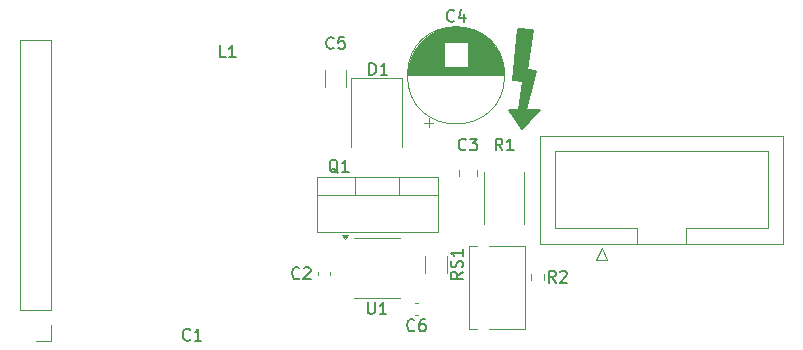
<source format=gbr>
%TF.GenerationSoftware,KiCad,Pcbnew,8.0.2*%
%TF.CreationDate,2024-05-29T18:10:03+12:00*%
%TF.ProjectId,power_supply,706f7765-725f-4737-9570-706c792e6b69,0.1.0*%
%TF.SameCoordinates,Original*%
%TF.FileFunction,Legend,Top*%
%TF.FilePolarity,Positive*%
%FSLAX46Y46*%
G04 Gerber Fmt 4.6, Leading zero omitted, Abs format (unit mm)*
G04 Created by KiCad (PCBNEW 8.0.2) date 2024-05-29 18:10:03*
%MOMM*%
%LPD*%
G01*
G04 APERTURE LIST*
%ADD10C,0.153000*%
%ADD11C,0.120000*%
G04 APERTURE END LIST*
D10*
X168110000Y-72290000D02*
X167570000Y-75680000D01*
X168330000Y-75760000D01*
X167490000Y-79040000D01*
X168690000Y-79060000D01*
X167210000Y-80710000D01*
X166080000Y-79070000D01*
X166950000Y-79090000D01*
X167290000Y-76600000D01*
X166430000Y-76550000D01*
X166880000Y-72230000D01*
X168110000Y-72290000D01*
G36*
X168110000Y-72290000D02*
G01*
X167570000Y-75680000D01*
X168330000Y-75760000D01*
X167490000Y-79040000D01*
X168690000Y-79060000D01*
X167210000Y-80710000D01*
X166080000Y-79070000D01*
X166950000Y-79090000D01*
X167290000Y-76600000D01*
X166430000Y-76550000D01*
X166880000Y-72230000D01*
X168110000Y-72290000D01*
G37*
X154138095Y-95344663D02*
X154138095Y-96154186D01*
X154138095Y-96154186D02*
X154185714Y-96249424D01*
X154185714Y-96249424D02*
X154233333Y-96297044D01*
X154233333Y-96297044D02*
X154328571Y-96344663D01*
X154328571Y-96344663D02*
X154519047Y-96344663D01*
X154519047Y-96344663D02*
X154614285Y-96297044D01*
X154614285Y-96297044D02*
X154661904Y-96249424D01*
X154661904Y-96249424D02*
X154709523Y-96154186D01*
X154709523Y-96154186D02*
X154709523Y-95344663D01*
X155709523Y-96344663D02*
X155138095Y-96344663D01*
X155423809Y-96344663D02*
X155423809Y-95344663D01*
X155423809Y-95344663D02*
X155328571Y-95487520D01*
X155328571Y-95487520D02*
X155233333Y-95582758D01*
X155233333Y-95582758D02*
X155138095Y-95630377D01*
X139083333Y-98499424D02*
X139035714Y-98547044D01*
X139035714Y-98547044D02*
X138892857Y-98594663D01*
X138892857Y-98594663D02*
X138797619Y-98594663D01*
X138797619Y-98594663D02*
X138654762Y-98547044D01*
X138654762Y-98547044D02*
X138559524Y-98451805D01*
X138559524Y-98451805D02*
X138511905Y-98356567D01*
X138511905Y-98356567D02*
X138464286Y-98166091D01*
X138464286Y-98166091D02*
X138464286Y-98023234D01*
X138464286Y-98023234D02*
X138511905Y-97832758D01*
X138511905Y-97832758D02*
X138559524Y-97737520D01*
X138559524Y-97737520D02*
X138654762Y-97642282D01*
X138654762Y-97642282D02*
X138797619Y-97594663D01*
X138797619Y-97594663D02*
X138892857Y-97594663D01*
X138892857Y-97594663D02*
X139035714Y-97642282D01*
X139035714Y-97642282D02*
X139083333Y-97689901D01*
X140035714Y-98594663D02*
X139464286Y-98594663D01*
X139750000Y-98594663D02*
X139750000Y-97594663D01*
X139750000Y-97594663D02*
X139654762Y-97737520D01*
X139654762Y-97737520D02*
X139559524Y-97832758D01*
X139559524Y-97832758D02*
X139464286Y-97880377D01*
X151233333Y-73799424D02*
X151185714Y-73847044D01*
X151185714Y-73847044D02*
X151042857Y-73894663D01*
X151042857Y-73894663D02*
X150947619Y-73894663D01*
X150947619Y-73894663D02*
X150804762Y-73847044D01*
X150804762Y-73847044D02*
X150709524Y-73751805D01*
X150709524Y-73751805D02*
X150661905Y-73656567D01*
X150661905Y-73656567D02*
X150614286Y-73466091D01*
X150614286Y-73466091D02*
X150614286Y-73323234D01*
X150614286Y-73323234D02*
X150661905Y-73132758D01*
X150661905Y-73132758D02*
X150709524Y-73037520D01*
X150709524Y-73037520D02*
X150804762Y-72942282D01*
X150804762Y-72942282D02*
X150947619Y-72894663D01*
X150947619Y-72894663D02*
X151042857Y-72894663D01*
X151042857Y-72894663D02*
X151185714Y-72942282D01*
X151185714Y-72942282D02*
X151233333Y-72989901D01*
X152138095Y-72894663D02*
X151661905Y-72894663D01*
X151661905Y-72894663D02*
X151614286Y-73370853D01*
X151614286Y-73370853D02*
X151661905Y-73323234D01*
X151661905Y-73323234D02*
X151757143Y-73275615D01*
X151757143Y-73275615D02*
X151995238Y-73275615D01*
X151995238Y-73275615D02*
X152090476Y-73323234D01*
X152090476Y-73323234D02*
X152138095Y-73370853D01*
X152138095Y-73370853D02*
X152185714Y-73466091D01*
X152185714Y-73466091D02*
X152185714Y-73704186D01*
X152185714Y-73704186D02*
X152138095Y-73799424D01*
X152138095Y-73799424D02*
X152090476Y-73847044D01*
X152090476Y-73847044D02*
X151995238Y-73894663D01*
X151995238Y-73894663D02*
X151757143Y-73894663D01*
X151757143Y-73894663D02*
X151661905Y-73847044D01*
X151661905Y-73847044D02*
X151614286Y-73799424D01*
X151604761Y-84389901D02*
X151509523Y-84342282D01*
X151509523Y-84342282D02*
X151414285Y-84247044D01*
X151414285Y-84247044D02*
X151271428Y-84104186D01*
X151271428Y-84104186D02*
X151176190Y-84056567D01*
X151176190Y-84056567D02*
X151080952Y-84056567D01*
X151128571Y-84294663D02*
X151033333Y-84247044D01*
X151033333Y-84247044D02*
X150938095Y-84151805D01*
X150938095Y-84151805D02*
X150890476Y-83961329D01*
X150890476Y-83961329D02*
X150890476Y-83627996D01*
X150890476Y-83627996D02*
X150938095Y-83437520D01*
X150938095Y-83437520D02*
X151033333Y-83342282D01*
X151033333Y-83342282D02*
X151128571Y-83294663D01*
X151128571Y-83294663D02*
X151319047Y-83294663D01*
X151319047Y-83294663D02*
X151414285Y-83342282D01*
X151414285Y-83342282D02*
X151509523Y-83437520D01*
X151509523Y-83437520D02*
X151557142Y-83627996D01*
X151557142Y-83627996D02*
X151557142Y-83961329D01*
X151557142Y-83961329D02*
X151509523Y-84151805D01*
X151509523Y-84151805D02*
X151414285Y-84247044D01*
X151414285Y-84247044D02*
X151319047Y-84294663D01*
X151319047Y-84294663D02*
X151128571Y-84294663D01*
X152509523Y-84294663D02*
X151938095Y-84294663D01*
X152223809Y-84294663D02*
X152223809Y-83294663D01*
X152223809Y-83294663D02*
X152128571Y-83437520D01*
X152128571Y-83437520D02*
X152033333Y-83532758D01*
X152033333Y-83532758D02*
X151938095Y-83580377D01*
X165533333Y-82494663D02*
X165200000Y-82018472D01*
X164961905Y-82494663D02*
X164961905Y-81494663D01*
X164961905Y-81494663D02*
X165342857Y-81494663D01*
X165342857Y-81494663D02*
X165438095Y-81542282D01*
X165438095Y-81542282D02*
X165485714Y-81589901D01*
X165485714Y-81589901D02*
X165533333Y-81685139D01*
X165533333Y-81685139D02*
X165533333Y-81827996D01*
X165533333Y-81827996D02*
X165485714Y-81923234D01*
X165485714Y-81923234D02*
X165438095Y-81970853D01*
X165438095Y-81970853D02*
X165342857Y-82018472D01*
X165342857Y-82018472D02*
X164961905Y-82018472D01*
X166485714Y-82494663D02*
X165914286Y-82494663D01*
X166200000Y-82494663D02*
X166200000Y-81494663D01*
X166200000Y-81494663D02*
X166104762Y-81637520D01*
X166104762Y-81637520D02*
X166009524Y-81732758D01*
X166009524Y-81732758D02*
X165914286Y-81780377D01*
X158083333Y-97699424D02*
X158035714Y-97747044D01*
X158035714Y-97747044D02*
X157892857Y-97794663D01*
X157892857Y-97794663D02*
X157797619Y-97794663D01*
X157797619Y-97794663D02*
X157654762Y-97747044D01*
X157654762Y-97747044D02*
X157559524Y-97651805D01*
X157559524Y-97651805D02*
X157511905Y-97556567D01*
X157511905Y-97556567D02*
X157464286Y-97366091D01*
X157464286Y-97366091D02*
X157464286Y-97223234D01*
X157464286Y-97223234D02*
X157511905Y-97032758D01*
X157511905Y-97032758D02*
X157559524Y-96937520D01*
X157559524Y-96937520D02*
X157654762Y-96842282D01*
X157654762Y-96842282D02*
X157797619Y-96794663D01*
X157797619Y-96794663D02*
X157892857Y-96794663D01*
X157892857Y-96794663D02*
X158035714Y-96842282D01*
X158035714Y-96842282D02*
X158083333Y-96889901D01*
X158940476Y-96794663D02*
X158750000Y-96794663D01*
X158750000Y-96794663D02*
X158654762Y-96842282D01*
X158654762Y-96842282D02*
X158607143Y-96889901D01*
X158607143Y-96889901D02*
X158511905Y-97032758D01*
X158511905Y-97032758D02*
X158464286Y-97223234D01*
X158464286Y-97223234D02*
X158464286Y-97604186D01*
X158464286Y-97604186D02*
X158511905Y-97699424D01*
X158511905Y-97699424D02*
X158559524Y-97747044D01*
X158559524Y-97747044D02*
X158654762Y-97794663D01*
X158654762Y-97794663D02*
X158845238Y-97794663D01*
X158845238Y-97794663D02*
X158940476Y-97747044D01*
X158940476Y-97747044D02*
X158988095Y-97699424D01*
X158988095Y-97699424D02*
X159035714Y-97604186D01*
X159035714Y-97604186D02*
X159035714Y-97366091D01*
X159035714Y-97366091D02*
X158988095Y-97270853D01*
X158988095Y-97270853D02*
X158940476Y-97223234D01*
X158940476Y-97223234D02*
X158845238Y-97175615D01*
X158845238Y-97175615D02*
X158654762Y-97175615D01*
X158654762Y-97175615D02*
X158559524Y-97223234D01*
X158559524Y-97223234D02*
X158511905Y-97270853D01*
X158511905Y-97270853D02*
X158464286Y-97366091D01*
X162154663Y-92782857D02*
X161678472Y-93116190D01*
X162154663Y-93354285D02*
X161154663Y-93354285D01*
X161154663Y-93354285D02*
X161154663Y-92973333D01*
X161154663Y-92973333D02*
X161202282Y-92878095D01*
X161202282Y-92878095D02*
X161249901Y-92830476D01*
X161249901Y-92830476D02*
X161345139Y-92782857D01*
X161345139Y-92782857D02*
X161487996Y-92782857D01*
X161487996Y-92782857D02*
X161583234Y-92830476D01*
X161583234Y-92830476D02*
X161630853Y-92878095D01*
X161630853Y-92878095D02*
X161678472Y-92973333D01*
X161678472Y-92973333D02*
X161678472Y-93354285D01*
X162107044Y-92401904D02*
X162154663Y-92259047D01*
X162154663Y-92259047D02*
X162154663Y-92020952D01*
X162154663Y-92020952D02*
X162107044Y-91925714D01*
X162107044Y-91925714D02*
X162059424Y-91878095D01*
X162059424Y-91878095D02*
X161964186Y-91830476D01*
X161964186Y-91830476D02*
X161868948Y-91830476D01*
X161868948Y-91830476D02*
X161773710Y-91878095D01*
X161773710Y-91878095D02*
X161726091Y-91925714D01*
X161726091Y-91925714D02*
X161678472Y-92020952D01*
X161678472Y-92020952D02*
X161630853Y-92211428D01*
X161630853Y-92211428D02*
X161583234Y-92306666D01*
X161583234Y-92306666D02*
X161535615Y-92354285D01*
X161535615Y-92354285D02*
X161440377Y-92401904D01*
X161440377Y-92401904D02*
X161345139Y-92401904D01*
X161345139Y-92401904D02*
X161249901Y-92354285D01*
X161249901Y-92354285D02*
X161202282Y-92306666D01*
X161202282Y-92306666D02*
X161154663Y-92211428D01*
X161154663Y-92211428D02*
X161154663Y-91973333D01*
X161154663Y-91973333D02*
X161202282Y-91830476D01*
X162154663Y-90878095D02*
X162154663Y-91449523D01*
X162154663Y-91163809D02*
X161154663Y-91163809D01*
X161154663Y-91163809D02*
X161297520Y-91259047D01*
X161297520Y-91259047D02*
X161392758Y-91354285D01*
X161392758Y-91354285D02*
X161440377Y-91449523D01*
X162433333Y-82399424D02*
X162385714Y-82447044D01*
X162385714Y-82447044D02*
X162242857Y-82494663D01*
X162242857Y-82494663D02*
X162147619Y-82494663D01*
X162147619Y-82494663D02*
X162004762Y-82447044D01*
X162004762Y-82447044D02*
X161909524Y-82351805D01*
X161909524Y-82351805D02*
X161861905Y-82256567D01*
X161861905Y-82256567D02*
X161814286Y-82066091D01*
X161814286Y-82066091D02*
X161814286Y-81923234D01*
X161814286Y-81923234D02*
X161861905Y-81732758D01*
X161861905Y-81732758D02*
X161909524Y-81637520D01*
X161909524Y-81637520D02*
X162004762Y-81542282D01*
X162004762Y-81542282D02*
X162147619Y-81494663D01*
X162147619Y-81494663D02*
X162242857Y-81494663D01*
X162242857Y-81494663D02*
X162385714Y-81542282D01*
X162385714Y-81542282D02*
X162433333Y-81589901D01*
X162766667Y-81494663D02*
X163385714Y-81494663D01*
X163385714Y-81494663D02*
X163052381Y-81875615D01*
X163052381Y-81875615D02*
X163195238Y-81875615D01*
X163195238Y-81875615D02*
X163290476Y-81923234D01*
X163290476Y-81923234D02*
X163338095Y-81970853D01*
X163338095Y-81970853D02*
X163385714Y-82066091D01*
X163385714Y-82066091D02*
X163385714Y-82304186D01*
X163385714Y-82304186D02*
X163338095Y-82399424D01*
X163338095Y-82399424D02*
X163290476Y-82447044D01*
X163290476Y-82447044D02*
X163195238Y-82494663D01*
X163195238Y-82494663D02*
X162909524Y-82494663D01*
X162909524Y-82494663D02*
X162814286Y-82447044D01*
X162814286Y-82447044D02*
X162766667Y-82399424D01*
X154261905Y-76094663D02*
X154261905Y-75094663D01*
X154261905Y-75094663D02*
X154500000Y-75094663D01*
X154500000Y-75094663D02*
X154642857Y-75142282D01*
X154642857Y-75142282D02*
X154738095Y-75237520D01*
X154738095Y-75237520D02*
X154785714Y-75332758D01*
X154785714Y-75332758D02*
X154833333Y-75523234D01*
X154833333Y-75523234D02*
X154833333Y-75666091D01*
X154833333Y-75666091D02*
X154785714Y-75856567D01*
X154785714Y-75856567D02*
X154738095Y-75951805D01*
X154738095Y-75951805D02*
X154642857Y-76047044D01*
X154642857Y-76047044D02*
X154500000Y-76094663D01*
X154500000Y-76094663D02*
X154261905Y-76094663D01*
X155785714Y-76094663D02*
X155214286Y-76094663D01*
X155500000Y-76094663D02*
X155500000Y-75094663D01*
X155500000Y-75094663D02*
X155404762Y-75237520D01*
X155404762Y-75237520D02*
X155309524Y-75332758D01*
X155309524Y-75332758D02*
X155214286Y-75380377D01*
X142083333Y-74594663D02*
X141607143Y-74594663D01*
X141607143Y-74594663D02*
X141607143Y-73594663D01*
X142940476Y-74594663D02*
X142369048Y-74594663D01*
X142654762Y-74594663D02*
X142654762Y-73594663D01*
X142654762Y-73594663D02*
X142559524Y-73737520D01*
X142559524Y-73737520D02*
X142464286Y-73832758D01*
X142464286Y-73832758D02*
X142369048Y-73880377D01*
X170033333Y-93694663D02*
X169700000Y-93218472D01*
X169461905Y-93694663D02*
X169461905Y-92694663D01*
X169461905Y-92694663D02*
X169842857Y-92694663D01*
X169842857Y-92694663D02*
X169938095Y-92742282D01*
X169938095Y-92742282D02*
X169985714Y-92789901D01*
X169985714Y-92789901D02*
X170033333Y-92885139D01*
X170033333Y-92885139D02*
X170033333Y-93027996D01*
X170033333Y-93027996D02*
X169985714Y-93123234D01*
X169985714Y-93123234D02*
X169938095Y-93170853D01*
X169938095Y-93170853D02*
X169842857Y-93218472D01*
X169842857Y-93218472D02*
X169461905Y-93218472D01*
X170414286Y-92789901D02*
X170461905Y-92742282D01*
X170461905Y-92742282D02*
X170557143Y-92694663D01*
X170557143Y-92694663D02*
X170795238Y-92694663D01*
X170795238Y-92694663D02*
X170890476Y-92742282D01*
X170890476Y-92742282D02*
X170938095Y-92789901D01*
X170938095Y-92789901D02*
X170985714Y-92885139D01*
X170985714Y-92885139D02*
X170985714Y-92980377D01*
X170985714Y-92980377D02*
X170938095Y-93123234D01*
X170938095Y-93123234D02*
X170366667Y-93694663D01*
X170366667Y-93694663D02*
X170985714Y-93694663D01*
X148333333Y-93299424D02*
X148285714Y-93347044D01*
X148285714Y-93347044D02*
X148142857Y-93394663D01*
X148142857Y-93394663D02*
X148047619Y-93394663D01*
X148047619Y-93394663D02*
X147904762Y-93347044D01*
X147904762Y-93347044D02*
X147809524Y-93251805D01*
X147809524Y-93251805D02*
X147761905Y-93156567D01*
X147761905Y-93156567D02*
X147714286Y-92966091D01*
X147714286Y-92966091D02*
X147714286Y-92823234D01*
X147714286Y-92823234D02*
X147761905Y-92632758D01*
X147761905Y-92632758D02*
X147809524Y-92537520D01*
X147809524Y-92537520D02*
X147904762Y-92442282D01*
X147904762Y-92442282D02*
X148047619Y-92394663D01*
X148047619Y-92394663D02*
X148142857Y-92394663D01*
X148142857Y-92394663D02*
X148285714Y-92442282D01*
X148285714Y-92442282D02*
X148333333Y-92489901D01*
X148714286Y-92489901D02*
X148761905Y-92442282D01*
X148761905Y-92442282D02*
X148857143Y-92394663D01*
X148857143Y-92394663D02*
X149095238Y-92394663D01*
X149095238Y-92394663D02*
X149190476Y-92442282D01*
X149190476Y-92442282D02*
X149238095Y-92489901D01*
X149238095Y-92489901D02*
X149285714Y-92585139D01*
X149285714Y-92585139D02*
X149285714Y-92680377D01*
X149285714Y-92680377D02*
X149238095Y-92823234D01*
X149238095Y-92823234D02*
X148666667Y-93394663D01*
X148666667Y-93394663D02*
X149285714Y-93394663D01*
X161433333Y-71499424D02*
X161385714Y-71547044D01*
X161385714Y-71547044D02*
X161242857Y-71594663D01*
X161242857Y-71594663D02*
X161147619Y-71594663D01*
X161147619Y-71594663D02*
X161004762Y-71547044D01*
X161004762Y-71547044D02*
X160909524Y-71451805D01*
X160909524Y-71451805D02*
X160861905Y-71356567D01*
X160861905Y-71356567D02*
X160814286Y-71166091D01*
X160814286Y-71166091D02*
X160814286Y-71023234D01*
X160814286Y-71023234D02*
X160861905Y-70832758D01*
X160861905Y-70832758D02*
X160909524Y-70737520D01*
X160909524Y-70737520D02*
X161004762Y-70642282D01*
X161004762Y-70642282D02*
X161147619Y-70594663D01*
X161147619Y-70594663D02*
X161242857Y-70594663D01*
X161242857Y-70594663D02*
X161385714Y-70642282D01*
X161385714Y-70642282D02*
X161433333Y-70689901D01*
X162290476Y-70927996D02*
X162290476Y-71594663D01*
X162052381Y-70547044D02*
X161814286Y-71261329D01*
X161814286Y-71261329D02*
X162433333Y-71261329D01*
D11*
%TO.C,U1*%
X154925000Y-89885000D02*
X152975000Y-89885000D01*
X154925000Y-89885000D02*
X156875000Y-89885000D01*
X154925000Y-95005000D02*
X152975000Y-95005000D01*
X154925000Y-95005000D02*
X156875000Y-95005000D01*
X152225000Y-89980000D02*
X151985000Y-89650000D01*
X152465000Y-89650000D01*
X152225000Y-89980000D01*
G36*
X152225000Y-89980000D02*
G01*
X151985000Y-89650000D01*
X152465000Y-89650000D01*
X152225000Y-89980000D01*
G37*
%TO.C,C5*%
X150490000Y-77151252D02*
X150490000Y-75728748D01*
X152310000Y-77151252D02*
X152310000Y-75728748D01*
%TO.C,Q1*%
X149805000Y-84775000D02*
X149805000Y-89416000D01*
X149805000Y-84775000D02*
X160045000Y-84775000D01*
X149805000Y-86285000D02*
X160045000Y-86285000D01*
X149805000Y-89416000D02*
X160045000Y-89416000D01*
X153075000Y-84775000D02*
X153075000Y-86285000D01*
X156776000Y-84775000D02*
X156776000Y-86285000D01*
X160045000Y-84775000D02*
X160045000Y-89416000D01*
%TO.C,J2*%
X124670000Y-96030000D02*
X124670000Y-73110000D01*
X127330000Y-73110000D02*
X124670000Y-73110000D01*
X127330000Y-96030000D02*
X124670000Y-96030000D01*
X127330000Y-96030000D02*
X127330000Y-73110000D01*
X127330000Y-97300000D02*
X127330000Y-98630000D01*
X127330000Y-98630000D02*
X126000000Y-98630000D01*
%TO.C,R1*%
X163950000Y-88687064D02*
X163950000Y-84332936D01*
X167370000Y-88687064D02*
X167370000Y-84332936D01*
%TO.C,C6*%
X158109420Y-95430000D02*
X158390580Y-95430000D01*
X158109420Y-96450000D02*
X158390580Y-96450000D01*
%TO.C,RS1*%
X158990000Y-91462936D02*
X158990000Y-92917064D01*
X160810000Y-91462936D02*
X160810000Y-92917064D01*
%TO.C,C3*%
X161865000Y-84701252D02*
X161865000Y-84178748D01*
X163335000Y-84701252D02*
X163335000Y-84178748D01*
%TO.C,D1*%
X152750000Y-76380000D02*
X152750000Y-82190000D01*
X157050000Y-76380000D02*
X152750000Y-76380000D01*
X157050000Y-76380000D02*
X157050000Y-82190000D01*
%TO.C,J3*%
X168710000Y-81270000D02*
X189290000Y-81270000D01*
X168710000Y-90390000D02*
X168710000Y-81270000D01*
X170010000Y-82580000D02*
X187990000Y-82580000D01*
X170010000Y-89080000D02*
X170010000Y-82580000D01*
X173420000Y-91780000D02*
X174420000Y-91780000D01*
X173920000Y-90780000D02*
X173420000Y-91780000D01*
X174420000Y-91780000D02*
X173920000Y-90780000D01*
X176950000Y-89080000D02*
X170010000Y-89080000D01*
X176950000Y-90390000D02*
X176950000Y-89080000D01*
X181050000Y-89080000D02*
X181050000Y-89080000D01*
X181050000Y-89080000D02*
X181050000Y-90390000D01*
X187990000Y-82580000D02*
X187990000Y-89080000D01*
X187990000Y-89080000D02*
X181050000Y-89080000D01*
X189290000Y-81270000D02*
X189290000Y-90390000D01*
X189290000Y-90390000D02*
X168710000Y-90390000D01*
%TO.C,R2*%
X167977500Y-93477258D02*
X167977500Y-93002742D01*
X169022500Y-93477258D02*
X169022500Y-93002742D01*
%TO.C,C2*%
X149890000Y-92799420D02*
X149890000Y-93080580D01*
X150910000Y-92799420D02*
X150910000Y-93080580D01*
%TO.C,C4*%
X157520000Y-76062651D02*
X165680000Y-76062651D01*
X157520000Y-76102651D02*
X165680000Y-76102651D01*
X157520000Y-76142651D02*
X165680000Y-76142651D01*
X157521000Y-76022651D02*
X165679000Y-76022651D01*
X157523000Y-75982651D02*
X165677000Y-75982651D01*
X157524000Y-75942651D02*
X165676000Y-75942651D01*
X157526000Y-75902651D02*
X165674000Y-75902651D01*
X157529000Y-75862651D02*
X165671000Y-75862651D01*
X157532000Y-75822651D02*
X165668000Y-75822651D01*
X157535000Y-75782651D02*
X165665000Y-75782651D01*
X157539000Y-75742651D02*
X165661000Y-75742651D01*
X157543000Y-75702651D02*
X165657000Y-75702651D01*
X157548000Y-75662651D02*
X165652000Y-75662651D01*
X157552000Y-75622651D02*
X165648000Y-75622651D01*
X157558000Y-75582651D02*
X165642000Y-75582651D01*
X157563000Y-75542651D02*
X165637000Y-75542651D01*
X157570000Y-75502651D02*
X165630000Y-75502651D01*
X157576000Y-75462651D02*
X165624000Y-75462651D01*
X157583000Y-75421651D02*
X160560000Y-75421651D01*
X157590000Y-75381651D02*
X160560000Y-75381651D01*
X157598000Y-75341651D02*
X160560000Y-75341651D01*
X157606000Y-75301651D02*
X160560000Y-75301651D01*
X157615000Y-75261651D02*
X160560000Y-75261651D01*
X157624000Y-75221651D02*
X160560000Y-75221651D01*
X157633000Y-75181651D02*
X160560000Y-75181651D01*
X157643000Y-75141651D02*
X160560000Y-75141651D01*
X157653000Y-75101651D02*
X160560000Y-75101651D01*
X157664000Y-75061651D02*
X160560000Y-75061651D01*
X157675000Y-75021651D02*
X160560000Y-75021651D01*
X157686000Y-74981651D02*
X160560000Y-74981651D01*
X157698000Y-74941651D02*
X160560000Y-74941651D01*
X157711000Y-74901651D02*
X160560000Y-74901651D01*
X157723000Y-74861651D02*
X160560000Y-74861651D01*
X157737000Y-74821651D02*
X160560000Y-74821651D01*
X157750000Y-74781651D02*
X160560000Y-74781651D01*
X157765000Y-74741651D02*
X160560000Y-74741651D01*
X157779000Y-74701651D02*
X160560000Y-74701651D01*
X157795000Y-74661651D02*
X160560000Y-74661651D01*
X157810000Y-74621651D02*
X160560000Y-74621651D01*
X157826000Y-74581651D02*
X160560000Y-74581651D01*
X157843000Y-74541651D02*
X160560000Y-74541651D01*
X157860000Y-74501651D02*
X160560000Y-74501651D01*
X157878000Y-74461651D02*
X160560000Y-74461651D01*
X157896000Y-74421651D02*
X160560000Y-74421651D01*
X157914000Y-74381651D02*
X160560000Y-74381651D01*
X157934000Y-74341651D02*
X160560000Y-74341651D01*
X157953000Y-74301651D02*
X160560000Y-74301651D01*
X157973000Y-74261651D02*
X160560000Y-74261651D01*
X157994000Y-74221651D02*
X160560000Y-74221651D01*
X158016000Y-74181651D02*
X160560000Y-74181651D01*
X158038000Y-74141651D02*
X160560000Y-74141651D01*
X158060000Y-74101651D02*
X160560000Y-74101651D01*
X158083000Y-74061651D02*
X160560000Y-74061651D01*
X158107000Y-74021651D02*
X160560000Y-74021651D01*
X158131000Y-73981651D02*
X160560000Y-73981651D01*
X158156000Y-73941651D02*
X160560000Y-73941651D01*
X158182000Y-73901651D02*
X160560000Y-73901651D01*
X158208000Y-73861651D02*
X160560000Y-73861651D01*
X158235000Y-73821651D02*
X160560000Y-73821651D01*
X158262000Y-73781651D02*
X160560000Y-73781651D01*
X158291000Y-73741651D02*
X160560000Y-73741651D01*
X158320000Y-73701651D02*
X160560000Y-73701651D01*
X158350000Y-73661651D02*
X160560000Y-73661651D01*
X158380000Y-73621651D02*
X160560000Y-73621651D01*
X158411000Y-73581651D02*
X160560000Y-73581651D01*
X158444000Y-73541651D02*
X160560000Y-73541651D01*
X158476000Y-73501651D02*
X160560000Y-73501651D01*
X158510000Y-73461651D02*
X160560000Y-73461651D01*
X158545000Y-73421651D02*
X160560000Y-73421651D01*
X158581000Y-73381651D02*
X160560000Y-73381651D01*
X158617000Y-73341651D02*
X164583000Y-73341651D01*
X158655000Y-73301651D02*
X164545000Y-73301651D01*
X158693000Y-73261651D02*
X164507000Y-73261651D01*
X158733000Y-73221651D02*
X164467000Y-73221651D01*
X158774000Y-73181651D02*
X164426000Y-73181651D01*
X158816000Y-73141651D02*
X164384000Y-73141651D01*
X158859000Y-73101651D02*
X164341000Y-73101651D01*
X158885000Y-80152349D02*
X159685000Y-80152349D01*
X158903000Y-73061651D02*
X164297000Y-73061651D01*
X158949000Y-73021651D02*
X164251000Y-73021651D01*
X158996000Y-72981651D02*
X164204000Y-72981651D01*
X159044000Y-72941651D02*
X164156000Y-72941651D01*
X159095000Y-72901651D02*
X164105000Y-72901651D01*
X159146000Y-72861651D02*
X164054000Y-72861651D01*
X159200000Y-72821651D02*
X164000000Y-72821651D01*
X159255000Y-72781651D02*
X163945000Y-72781651D01*
X159285000Y-80552349D02*
X159285000Y-79752349D01*
X159313000Y-72741651D02*
X163887000Y-72741651D01*
X159372000Y-72701651D02*
X163828000Y-72701651D01*
X159434000Y-72661651D02*
X163766000Y-72661651D01*
X159498000Y-72621651D02*
X163702000Y-72621651D01*
X159566000Y-72581651D02*
X163634000Y-72581651D01*
X159636000Y-72541651D02*
X163564000Y-72541651D01*
X159710000Y-72501651D02*
X163490000Y-72501651D01*
X159787000Y-72461651D02*
X163413000Y-72461651D01*
X159869000Y-72421651D02*
X163331000Y-72421651D01*
X159955000Y-72381651D02*
X163245000Y-72381651D01*
X160048000Y-72341651D02*
X163152000Y-72341651D01*
X160147000Y-72301651D02*
X163053000Y-72301651D01*
X160254000Y-72261651D02*
X162946000Y-72261651D01*
X160371000Y-72221651D02*
X162829000Y-72221651D01*
X160502000Y-72181651D02*
X162698000Y-72181651D01*
X160652000Y-72141651D02*
X162548000Y-72141651D01*
X160832000Y-72101651D02*
X162368000Y-72101651D01*
X161067000Y-72061651D02*
X162133000Y-72061651D01*
X162640000Y-73381651D02*
X164619000Y-73381651D01*
X162640000Y-73421651D02*
X164655000Y-73421651D01*
X162640000Y-73461651D02*
X164690000Y-73461651D01*
X162640000Y-73501651D02*
X164724000Y-73501651D01*
X162640000Y-73541651D02*
X164756000Y-73541651D01*
X162640000Y-73581651D02*
X164789000Y-73581651D01*
X162640000Y-73621651D02*
X164820000Y-73621651D01*
X162640000Y-73661651D02*
X164850000Y-73661651D01*
X162640000Y-73701651D02*
X164880000Y-73701651D01*
X162640000Y-73741651D02*
X164909000Y-73741651D01*
X162640000Y-73781651D02*
X164938000Y-73781651D01*
X162640000Y-73821651D02*
X164965000Y-73821651D01*
X162640000Y-73861651D02*
X164992000Y-73861651D01*
X162640000Y-73901651D02*
X165018000Y-73901651D01*
X162640000Y-73941651D02*
X165044000Y-73941651D01*
X162640000Y-73981651D02*
X165069000Y-73981651D01*
X162640000Y-74021651D02*
X165093000Y-74021651D01*
X162640000Y-74061651D02*
X165117000Y-74061651D01*
X162640000Y-74101651D02*
X165140000Y-74101651D01*
X162640000Y-74141651D02*
X165162000Y-74141651D01*
X162640000Y-74181651D02*
X165184000Y-74181651D01*
X162640000Y-74221651D02*
X165206000Y-74221651D01*
X162640000Y-74261651D02*
X165227000Y-74261651D01*
X162640000Y-74301651D02*
X165247000Y-74301651D01*
X162640000Y-74341651D02*
X165266000Y-74341651D01*
X162640000Y-74381651D02*
X165286000Y-74381651D01*
X162640000Y-74421651D02*
X165304000Y-74421651D01*
X162640000Y-74461651D02*
X165322000Y-74461651D01*
X162640000Y-74501651D02*
X165340000Y-74501651D01*
X162640000Y-74541651D02*
X165357000Y-74541651D01*
X162640000Y-74581651D02*
X165374000Y-74581651D01*
X162640000Y-74621651D02*
X165390000Y-74621651D01*
X162640000Y-74661651D02*
X165405000Y-74661651D01*
X162640000Y-74701651D02*
X165421000Y-74701651D01*
X162640000Y-74741651D02*
X165435000Y-74741651D01*
X162640000Y-74781651D02*
X165450000Y-74781651D01*
X162640000Y-74821651D02*
X165463000Y-74821651D01*
X162640000Y-74861651D02*
X165477000Y-74861651D01*
X162640000Y-74901651D02*
X165489000Y-74901651D01*
X162640000Y-74941651D02*
X165502000Y-74941651D01*
X162640000Y-74981651D02*
X165514000Y-74981651D01*
X162640000Y-75021651D02*
X165525000Y-75021651D01*
X162640000Y-75061651D02*
X165536000Y-75061651D01*
X162640000Y-75101651D02*
X165547000Y-75101651D01*
X162640000Y-75141651D02*
X165557000Y-75141651D01*
X162640000Y-75181651D02*
X165567000Y-75181651D01*
X162640000Y-75221651D02*
X165576000Y-75221651D01*
X162640000Y-75261651D02*
X165585000Y-75261651D01*
X162640000Y-75301651D02*
X165594000Y-75301651D01*
X162640000Y-75341651D02*
X165602000Y-75341651D01*
X162640000Y-75381651D02*
X165610000Y-75381651D01*
X162640000Y-75421651D02*
X165617000Y-75421651D01*
X165720000Y-76142651D02*
G75*
G02*
X157480000Y-76142651I-4120000J0D01*
G01*
X157480000Y-76142651D02*
G75*
G02*
X165720000Y-76142651I4120000J0D01*
G01*
%TO.C,RV1*%
X162735000Y-90630000D02*
X163380000Y-90630000D01*
X162735000Y-97580000D02*
X162735000Y-90630000D01*
X162735000Y-97580000D02*
X163380000Y-97580000D01*
X164370000Y-90630000D02*
X167475000Y-90630000D01*
X164370000Y-97580000D02*
X167475000Y-97580000D01*
X167475000Y-97580000D02*
X167475000Y-90630000D01*
%TD*%
M02*

</source>
